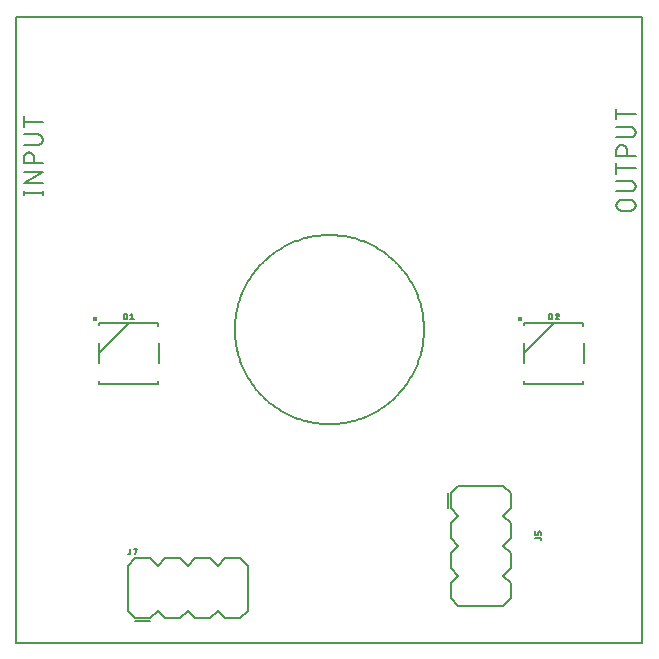
<source format=gbr>
G04 EAGLE Gerber RS-274X export*
G75*
%MOMM*%
%FSLAX34Y34*%
%LPD*%
%INSilkscreen Top*%
%IPPOS*%
%AMOC8*
5,1,8,0,0,1.08239X$1,22.5*%
G01*
%ADD10C,0.152400*%
%ADD11C,0.127000*%
%ADD12C,0.203200*%
%ADD13C,0.406400*%


D10*
X10982Y385568D02*
X27238Y385568D01*
X27238Y383762D02*
X27238Y387374D01*
X10982Y387374D02*
X10982Y383762D01*
X10982Y394079D02*
X27238Y394079D01*
X27238Y403110D02*
X10982Y394079D01*
X10982Y403110D02*
X27238Y403110D01*
X27238Y410963D02*
X10982Y410963D01*
X10982Y415479D01*
X10984Y415612D01*
X10990Y415744D01*
X11000Y415876D01*
X11013Y416008D01*
X11031Y416140D01*
X11052Y416270D01*
X11077Y416401D01*
X11106Y416530D01*
X11139Y416658D01*
X11175Y416786D01*
X11215Y416912D01*
X11259Y417037D01*
X11307Y417161D01*
X11358Y417283D01*
X11413Y417404D01*
X11471Y417523D01*
X11533Y417641D01*
X11598Y417756D01*
X11667Y417870D01*
X11738Y417981D01*
X11814Y418090D01*
X11892Y418197D01*
X11973Y418302D01*
X12058Y418404D01*
X12145Y418504D01*
X12235Y418601D01*
X12328Y418696D01*
X12424Y418787D01*
X12522Y418876D01*
X12623Y418962D01*
X12727Y419045D01*
X12833Y419125D01*
X12941Y419201D01*
X13051Y419275D01*
X13164Y419345D01*
X13278Y419412D01*
X13395Y419475D01*
X13513Y419535D01*
X13633Y419592D01*
X13755Y419645D01*
X13878Y419694D01*
X14002Y419740D01*
X14128Y419782D01*
X14255Y419820D01*
X14383Y419855D01*
X14512Y419886D01*
X14641Y419913D01*
X14772Y419936D01*
X14903Y419956D01*
X15035Y419971D01*
X15167Y419983D01*
X15299Y419991D01*
X15432Y419995D01*
X15564Y419995D01*
X15697Y419991D01*
X15829Y419983D01*
X15961Y419971D01*
X16093Y419956D01*
X16224Y419936D01*
X16355Y419913D01*
X16484Y419886D01*
X16613Y419855D01*
X16741Y419820D01*
X16868Y419782D01*
X16994Y419740D01*
X17118Y419694D01*
X17241Y419645D01*
X17363Y419592D01*
X17483Y419535D01*
X17601Y419475D01*
X17718Y419412D01*
X17832Y419345D01*
X17945Y419275D01*
X18055Y419201D01*
X18163Y419125D01*
X18269Y419045D01*
X18373Y418962D01*
X18474Y418876D01*
X18572Y418787D01*
X18668Y418696D01*
X18761Y418601D01*
X18851Y418504D01*
X18938Y418404D01*
X19023Y418302D01*
X19104Y418197D01*
X19182Y418090D01*
X19258Y417981D01*
X19329Y417870D01*
X19398Y417756D01*
X19463Y417641D01*
X19525Y417523D01*
X19583Y417404D01*
X19638Y417283D01*
X19689Y417161D01*
X19737Y417037D01*
X19781Y416912D01*
X19821Y416786D01*
X19857Y416658D01*
X19890Y416530D01*
X19919Y416401D01*
X19944Y416270D01*
X19965Y416140D01*
X19983Y416008D01*
X19996Y415876D01*
X20006Y415744D01*
X20012Y415612D01*
X20014Y415479D01*
X20013Y415479D02*
X20013Y410963D01*
X22722Y426383D02*
X10982Y426383D01*
X22722Y426383D02*
X22855Y426385D01*
X22987Y426391D01*
X23119Y426401D01*
X23251Y426414D01*
X23383Y426432D01*
X23513Y426453D01*
X23644Y426478D01*
X23773Y426507D01*
X23901Y426540D01*
X24029Y426576D01*
X24155Y426616D01*
X24280Y426660D01*
X24404Y426708D01*
X24526Y426759D01*
X24647Y426814D01*
X24766Y426872D01*
X24884Y426934D01*
X24999Y426999D01*
X25113Y427068D01*
X25224Y427139D01*
X25333Y427215D01*
X25440Y427293D01*
X25545Y427374D01*
X25647Y427459D01*
X25747Y427546D01*
X25844Y427636D01*
X25939Y427729D01*
X26030Y427825D01*
X26119Y427923D01*
X26205Y428024D01*
X26288Y428128D01*
X26368Y428234D01*
X26444Y428342D01*
X26518Y428452D01*
X26588Y428565D01*
X26655Y428679D01*
X26718Y428796D01*
X26778Y428914D01*
X26835Y429034D01*
X26888Y429156D01*
X26937Y429279D01*
X26983Y429403D01*
X27025Y429529D01*
X27063Y429656D01*
X27098Y429784D01*
X27129Y429913D01*
X27156Y430042D01*
X27179Y430173D01*
X27199Y430304D01*
X27214Y430436D01*
X27226Y430568D01*
X27234Y430700D01*
X27238Y430833D01*
X27238Y430965D01*
X27234Y431098D01*
X27226Y431230D01*
X27214Y431362D01*
X27199Y431494D01*
X27179Y431625D01*
X27156Y431756D01*
X27129Y431885D01*
X27098Y432014D01*
X27063Y432142D01*
X27025Y432269D01*
X26983Y432395D01*
X26937Y432519D01*
X26888Y432642D01*
X26835Y432764D01*
X26778Y432884D01*
X26718Y433002D01*
X26655Y433119D01*
X26588Y433233D01*
X26518Y433346D01*
X26444Y433456D01*
X26368Y433564D01*
X26288Y433670D01*
X26205Y433774D01*
X26119Y433875D01*
X26030Y433973D01*
X25939Y434069D01*
X25844Y434162D01*
X25747Y434252D01*
X25647Y434339D01*
X25545Y434424D01*
X25440Y434505D01*
X25333Y434583D01*
X25224Y434659D01*
X25113Y434730D01*
X24999Y434799D01*
X24884Y434864D01*
X24766Y434926D01*
X24647Y434984D01*
X24526Y435039D01*
X24404Y435090D01*
X24280Y435138D01*
X24155Y435182D01*
X24029Y435222D01*
X23901Y435258D01*
X23773Y435291D01*
X23644Y435320D01*
X23513Y435345D01*
X23383Y435366D01*
X23251Y435384D01*
X23119Y435397D01*
X22987Y435407D01*
X22855Y435413D01*
X22722Y435415D01*
X22722Y435414D02*
X10982Y435414D01*
X10982Y446009D02*
X27238Y446009D01*
X10982Y441494D02*
X10982Y450525D01*
X517498Y370762D02*
X524722Y370762D01*
X517498Y370762D02*
X517365Y370764D01*
X517233Y370770D01*
X517101Y370780D01*
X516969Y370793D01*
X516837Y370811D01*
X516707Y370832D01*
X516576Y370857D01*
X516447Y370886D01*
X516319Y370919D01*
X516191Y370955D01*
X516065Y370995D01*
X515940Y371039D01*
X515816Y371087D01*
X515694Y371138D01*
X515573Y371193D01*
X515454Y371251D01*
X515336Y371313D01*
X515221Y371378D01*
X515107Y371447D01*
X514996Y371518D01*
X514887Y371594D01*
X514780Y371672D01*
X514675Y371753D01*
X514573Y371838D01*
X514473Y371925D01*
X514376Y372015D01*
X514281Y372108D01*
X514190Y372204D01*
X514101Y372302D01*
X514015Y372403D01*
X513932Y372507D01*
X513852Y372613D01*
X513776Y372721D01*
X513702Y372831D01*
X513632Y372944D01*
X513565Y373058D01*
X513502Y373175D01*
X513442Y373293D01*
X513385Y373413D01*
X513332Y373535D01*
X513283Y373658D01*
X513237Y373782D01*
X513195Y373908D01*
X513157Y374035D01*
X513122Y374163D01*
X513091Y374292D01*
X513064Y374421D01*
X513041Y374552D01*
X513021Y374683D01*
X513006Y374815D01*
X512994Y374947D01*
X512986Y375079D01*
X512982Y375212D01*
X512982Y375344D01*
X512986Y375477D01*
X512994Y375609D01*
X513006Y375741D01*
X513021Y375873D01*
X513041Y376004D01*
X513064Y376135D01*
X513091Y376264D01*
X513122Y376393D01*
X513157Y376521D01*
X513195Y376648D01*
X513237Y376774D01*
X513283Y376898D01*
X513332Y377021D01*
X513385Y377143D01*
X513442Y377263D01*
X513502Y377381D01*
X513565Y377498D01*
X513632Y377612D01*
X513702Y377725D01*
X513776Y377835D01*
X513852Y377943D01*
X513932Y378049D01*
X514015Y378153D01*
X514101Y378254D01*
X514190Y378352D01*
X514281Y378448D01*
X514376Y378541D01*
X514473Y378631D01*
X514573Y378718D01*
X514675Y378803D01*
X514780Y378884D01*
X514887Y378962D01*
X514996Y379038D01*
X515107Y379109D01*
X515221Y379178D01*
X515336Y379243D01*
X515454Y379305D01*
X515573Y379363D01*
X515694Y379418D01*
X515816Y379469D01*
X515940Y379517D01*
X516065Y379561D01*
X516191Y379601D01*
X516319Y379637D01*
X516447Y379670D01*
X516576Y379699D01*
X516707Y379724D01*
X516837Y379745D01*
X516969Y379763D01*
X517101Y379776D01*
X517233Y379786D01*
X517365Y379792D01*
X517498Y379794D01*
X517498Y379793D02*
X524722Y379793D01*
X524722Y379794D02*
X524855Y379792D01*
X524987Y379786D01*
X525119Y379776D01*
X525251Y379763D01*
X525383Y379745D01*
X525513Y379724D01*
X525644Y379699D01*
X525773Y379670D01*
X525901Y379637D01*
X526029Y379601D01*
X526155Y379561D01*
X526280Y379517D01*
X526404Y379469D01*
X526526Y379418D01*
X526647Y379363D01*
X526766Y379305D01*
X526884Y379243D01*
X526999Y379178D01*
X527113Y379109D01*
X527224Y379038D01*
X527333Y378962D01*
X527440Y378884D01*
X527545Y378803D01*
X527647Y378718D01*
X527747Y378631D01*
X527844Y378541D01*
X527939Y378448D01*
X528030Y378352D01*
X528119Y378254D01*
X528205Y378153D01*
X528288Y378049D01*
X528368Y377943D01*
X528444Y377835D01*
X528518Y377725D01*
X528588Y377612D01*
X528655Y377498D01*
X528718Y377381D01*
X528778Y377263D01*
X528835Y377143D01*
X528888Y377021D01*
X528937Y376898D01*
X528983Y376774D01*
X529025Y376648D01*
X529063Y376521D01*
X529098Y376393D01*
X529129Y376264D01*
X529156Y376135D01*
X529179Y376004D01*
X529199Y375873D01*
X529214Y375741D01*
X529226Y375609D01*
X529234Y375477D01*
X529238Y375344D01*
X529238Y375212D01*
X529234Y375079D01*
X529226Y374947D01*
X529214Y374815D01*
X529199Y374683D01*
X529179Y374552D01*
X529156Y374421D01*
X529129Y374292D01*
X529098Y374163D01*
X529063Y374035D01*
X529025Y373908D01*
X528983Y373782D01*
X528937Y373658D01*
X528888Y373535D01*
X528835Y373413D01*
X528778Y373293D01*
X528718Y373175D01*
X528655Y373058D01*
X528588Y372944D01*
X528518Y372831D01*
X528444Y372721D01*
X528368Y372613D01*
X528288Y372507D01*
X528205Y372403D01*
X528119Y372302D01*
X528030Y372204D01*
X527939Y372108D01*
X527844Y372015D01*
X527747Y371925D01*
X527647Y371838D01*
X527545Y371753D01*
X527440Y371672D01*
X527333Y371594D01*
X527224Y371518D01*
X527113Y371447D01*
X526999Y371378D01*
X526884Y371313D01*
X526766Y371251D01*
X526647Y371193D01*
X526526Y371138D01*
X526404Y371087D01*
X526280Y371039D01*
X526155Y370995D01*
X526029Y370955D01*
X525901Y370919D01*
X525773Y370886D01*
X525644Y370857D01*
X525513Y370832D01*
X525383Y370811D01*
X525251Y370793D01*
X525119Y370780D01*
X524987Y370770D01*
X524855Y370764D01*
X524722Y370762D01*
X524722Y386914D02*
X512982Y386914D01*
X524722Y386914D02*
X524855Y386916D01*
X524987Y386922D01*
X525119Y386932D01*
X525251Y386945D01*
X525383Y386963D01*
X525513Y386984D01*
X525644Y387009D01*
X525773Y387038D01*
X525901Y387071D01*
X526029Y387107D01*
X526155Y387147D01*
X526280Y387191D01*
X526404Y387239D01*
X526526Y387290D01*
X526647Y387345D01*
X526766Y387403D01*
X526884Y387465D01*
X526999Y387530D01*
X527113Y387599D01*
X527224Y387670D01*
X527333Y387746D01*
X527440Y387824D01*
X527545Y387905D01*
X527647Y387990D01*
X527747Y388077D01*
X527844Y388167D01*
X527939Y388260D01*
X528030Y388356D01*
X528119Y388454D01*
X528205Y388555D01*
X528288Y388659D01*
X528368Y388765D01*
X528444Y388873D01*
X528518Y388983D01*
X528588Y389096D01*
X528655Y389210D01*
X528718Y389327D01*
X528778Y389445D01*
X528835Y389565D01*
X528888Y389687D01*
X528937Y389810D01*
X528983Y389934D01*
X529025Y390060D01*
X529063Y390187D01*
X529098Y390315D01*
X529129Y390444D01*
X529156Y390573D01*
X529179Y390704D01*
X529199Y390835D01*
X529214Y390967D01*
X529226Y391099D01*
X529234Y391231D01*
X529238Y391364D01*
X529238Y391496D01*
X529234Y391629D01*
X529226Y391761D01*
X529214Y391893D01*
X529199Y392025D01*
X529179Y392156D01*
X529156Y392287D01*
X529129Y392416D01*
X529098Y392545D01*
X529063Y392673D01*
X529025Y392800D01*
X528983Y392926D01*
X528937Y393050D01*
X528888Y393173D01*
X528835Y393295D01*
X528778Y393415D01*
X528718Y393533D01*
X528655Y393650D01*
X528588Y393764D01*
X528518Y393877D01*
X528444Y393987D01*
X528368Y394095D01*
X528288Y394201D01*
X528205Y394305D01*
X528119Y394406D01*
X528030Y394504D01*
X527939Y394600D01*
X527844Y394693D01*
X527747Y394783D01*
X527647Y394870D01*
X527545Y394955D01*
X527440Y395036D01*
X527333Y395114D01*
X527224Y395190D01*
X527113Y395261D01*
X526999Y395330D01*
X526884Y395395D01*
X526766Y395457D01*
X526647Y395515D01*
X526526Y395570D01*
X526404Y395621D01*
X526280Y395669D01*
X526155Y395713D01*
X526029Y395753D01*
X525901Y395789D01*
X525773Y395822D01*
X525644Y395851D01*
X525513Y395876D01*
X525383Y395897D01*
X525251Y395915D01*
X525119Y395928D01*
X524987Y395938D01*
X524855Y395944D01*
X524722Y395946D01*
X524722Y395945D02*
X512982Y395945D01*
X512982Y406540D02*
X529238Y406540D01*
X512982Y402025D02*
X512982Y411056D01*
X512982Y417346D02*
X529238Y417346D01*
X512982Y417346D02*
X512982Y421861D01*
X512984Y421994D01*
X512990Y422126D01*
X513000Y422258D01*
X513013Y422390D01*
X513031Y422522D01*
X513052Y422652D01*
X513077Y422783D01*
X513106Y422912D01*
X513139Y423040D01*
X513175Y423168D01*
X513215Y423294D01*
X513259Y423419D01*
X513307Y423543D01*
X513358Y423665D01*
X513413Y423786D01*
X513471Y423905D01*
X513533Y424023D01*
X513598Y424138D01*
X513667Y424252D01*
X513738Y424363D01*
X513814Y424472D01*
X513892Y424579D01*
X513973Y424684D01*
X514058Y424786D01*
X514145Y424886D01*
X514235Y424983D01*
X514328Y425078D01*
X514424Y425169D01*
X514522Y425258D01*
X514623Y425344D01*
X514727Y425427D01*
X514833Y425507D01*
X514941Y425583D01*
X515051Y425657D01*
X515164Y425727D01*
X515278Y425794D01*
X515395Y425857D01*
X515513Y425917D01*
X515633Y425974D01*
X515755Y426027D01*
X515878Y426076D01*
X516002Y426122D01*
X516128Y426164D01*
X516255Y426202D01*
X516383Y426237D01*
X516512Y426268D01*
X516641Y426295D01*
X516772Y426318D01*
X516903Y426338D01*
X517035Y426353D01*
X517167Y426365D01*
X517299Y426373D01*
X517432Y426377D01*
X517564Y426377D01*
X517697Y426373D01*
X517829Y426365D01*
X517961Y426353D01*
X518093Y426338D01*
X518224Y426318D01*
X518355Y426295D01*
X518484Y426268D01*
X518613Y426237D01*
X518741Y426202D01*
X518868Y426164D01*
X518994Y426122D01*
X519118Y426076D01*
X519241Y426027D01*
X519363Y425974D01*
X519483Y425917D01*
X519601Y425857D01*
X519718Y425794D01*
X519832Y425727D01*
X519945Y425657D01*
X520055Y425583D01*
X520163Y425507D01*
X520269Y425427D01*
X520373Y425344D01*
X520474Y425258D01*
X520572Y425169D01*
X520668Y425078D01*
X520761Y424983D01*
X520851Y424886D01*
X520938Y424786D01*
X521023Y424684D01*
X521104Y424579D01*
X521182Y424472D01*
X521258Y424363D01*
X521329Y424252D01*
X521398Y424138D01*
X521463Y424023D01*
X521525Y423905D01*
X521583Y423786D01*
X521638Y423665D01*
X521689Y423543D01*
X521737Y423419D01*
X521781Y423294D01*
X521821Y423168D01*
X521857Y423040D01*
X521890Y422912D01*
X521919Y422783D01*
X521944Y422652D01*
X521965Y422522D01*
X521983Y422390D01*
X521996Y422258D01*
X522006Y422126D01*
X522012Y421994D01*
X522014Y421861D01*
X522013Y421861D02*
X522013Y417346D01*
X524722Y432766D02*
X512982Y432766D01*
X524722Y432766D02*
X524855Y432768D01*
X524987Y432774D01*
X525119Y432784D01*
X525251Y432797D01*
X525383Y432815D01*
X525513Y432836D01*
X525644Y432861D01*
X525773Y432890D01*
X525901Y432923D01*
X526029Y432959D01*
X526155Y432999D01*
X526280Y433043D01*
X526404Y433091D01*
X526526Y433142D01*
X526647Y433197D01*
X526766Y433255D01*
X526884Y433317D01*
X526999Y433382D01*
X527113Y433451D01*
X527224Y433522D01*
X527333Y433598D01*
X527440Y433676D01*
X527545Y433757D01*
X527647Y433842D01*
X527747Y433929D01*
X527844Y434019D01*
X527939Y434112D01*
X528030Y434208D01*
X528119Y434306D01*
X528205Y434407D01*
X528288Y434511D01*
X528368Y434617D01*
X528444Y434725D01*
X528518Y434835D01*
X528588Y434948D01*
X528655Y435062D01*
X528718Y435179D01*
X528778Y435297D01*
X528835Y435417D01*
X528888Y435539D01*
X528937Y435662D01*
X528983Y435786D01*
X529025Y435912D01*
X529063Y436039D01*
X529098Y436167D01*
X529129Y436296D01*
X529156Y436425D01*
X529179Y436556D01*
X529199Y436687D01*
X529214Y436819D01*
X529226Y436951D01*
X529234Y437083D01*
X529238Y437216D01*
X529238Y437348D01*
X529234Y437481D01*
X529226Y437613D01*
X529214Y437745D01*
X529199Y437877D01*
X529179Y438008D01*
X529156Y438139D01*
X529129Y438268D01*
X529098Y438397D01*
X529063Y438525D01*
X529025Y438652D01*
X528983Y438778D01*
X528937Y438902D01*
X528888Y439025D01*
X528835Y439147D01*
X528778Y439267D01*
X528718Y439385D01*
X528655Y439502D01*
X528588Y439616D01*
X528518Y439729D01*
X528444Y439839D01*
X528368Y439947D01*
X528288Y440053D01*
X528205Y440157D01*
X528119Y440258D01*
X528030Y440356D01*
X527939Y440452D01*
X527844Y440545D01*
X527747Y440635D01*
X527647Y440722D01*
X527545Y440807D01*
X527440Y440888D01*
X527333Y440966D01*
X527224Y441042D01*
X527113Y441113D01*
X526999Y441182D01*
X526884Y441247D01*
X526766Y441309D01*
X526647Y441367D01*
X526526Y441422D01*
X526404Y441473D01*
X526280Y441521D01*
X526155Y441565D01*
X526029Y441605D01*
X525901Y441641D01*
X525773Y441674D01*
X525644Y441703D01*
X525513Y441728D01*
X525383Y441749D01*
X525251Y441767D01*
X525119Y441780D01*
X524987Y441790D01*
X524855Y441796D01*
X524722Y441798D01*
X524722Y441797D02*
X512982Y441797D01*
X512982Y452392D02*
X529238Y452392D01*
X512982Y447876D02*
X512982Y456907D01*
D11*
X535000Y535000D02*
X5000Y535000D01*
X5000Y5000D01*
X535000Y5000D01*
X535000Y535000D01*
X190000Y270000D02*
X190024Y271963D01*
X190096Y273925D01*
X190217Y275885D01*
X190385Y277841D01*
X190602Y279793D01*
X190866Y281738D01*
X191178Y283677D01*
X191537Y285607D01*
X191944Y287528D01*
X192397Y289438D01*
X192898Y291337D01*
X193445Y293223D01*
X194038Y295095D01*
X194676Y296951D01*
X195361Y298792D01*
X196090Y300615D01*
X196863Y302419D01*
X197681Y304204D01*
X198542Y305969D01*
X199446Y307712D01*
X200393Y309432D01*
X201382Y311128D01*
X202412Y312800D01*
X203482Y314446D01*
X204593Y316065D01*
X205743Y317656D01*
X206932Y319219D01*
X208159Y320751D01*
X209423Y322254D01*
X210724Y323725D01*
X212060Y325163D01*
X213431Y326569D01*
X214837Y327940D01*
X216275Y329276D01*
X217746Y330577D01*
X219249Y331841D01*
X220781Y333068D01*
X222344Y334257D01*
X223935Y335407D01*
X225554Y336518D01*
X227200Y337588D01*
X228872Y338618D01*
X230568Y339607D01*
X232288Y340554D01*
X234031Y341458D01*
X235796Y342319D01*
X237581Y343137D01*
X239385Y343910D01*
X241208Y344639D01*
X243049Y345324D01*
X244905Y345962D01*
X246777Y346555D01*
X248663Y347102D01*
X250562Y347603D01*
X252472Y348056D01*
X254393Y348463D01*
X256323Y348822D01*
X258262Y349134D01*
X260207Y349398D01*
X262159Y349615D01*
X264115Y349783D01*
X266075Y349904D01*
X268037Y349976D01*
X270000Y350000D01*
X271963Y349976D01*
X273925Y349904D01*
X275885Y349783D01*
X277841Y349615D01*
X279793Y349398D01*
X281738Y349134D01*
X283677Y348822D01*
X285607Y348463D01*
X287528Y348056D01*
X289438Y347603D01*
X291337Y347102D01*
X293223Y346555D01*
X295095Y345962D01*
X296951Y345324D01*
X298792Y344639D01*
X300615Y343910D01*
X302419Y343137D01*
X304204Y342319D01*
X305969Y341458D01*
X307712Y340554D01*
X309432Y339607D01*
X311128Y338618D01*
X312800Y337588D01*
X314446Y336518D01*
X316065Y335407D01*
X317656Y334257D01*
X319219Y333068D01*
X320751Y331841D01*
X322254Y330577D01*
X323725Y329276D01*
X325163Y327940D01*
X326569Y326569D01*
X327940Y325163D01*
X329276Y323725D01*
X330577Y322254D01*
X331841Y320751D01*
X333068Y319219D01*
X334257Y317656D01*
X335407Y316065D01*
X336518Y314446D01*
X337588Y312800D01*
X338618Y311128D01*
X339607Y309432D01*
X340554Y307712D01*
X341458Y305969D01*
X342319Y304204D01*
X343137Y302419D01*
X343910Y300615D01*
X344639Y298792D01*
X345324Y296951D01*
X345962Y295095D01*
X346555Y293223D01*
X347102Y291337D01*
X347603Y289438D01*
X348056Y287528D01*
X348463Y285607D01*
X348822Y283677D01*
X349134Y281738D01*
X349398Y279793D01*
X349615Y277841D01*
X349783Y275885D01*
X349904Y273925D01*
X349976Y271963D01*
X350000Y270000D01*
X349976Y268037D01*
X349904Y266075D01*
X349783Y264115D01*
X349615Y262159D01*
X349398Y260207D01*
X349134Y258262D01*
X348822Y256323D01*
X348463Y254393D01*
X348056Y252472D01*
X347603Y250562D01*
X347102Y248663D01*
X346555Y246777D01*
X345962Y244905D01*
X345324Y243049D01*
X344639Y241208D01*
X343910Y239385D01*
X343137Y237581D01*
X342319Y235796D01*
X341458Y234031D01*
X340554Y232288D01*
X339607Y230568D01*
X338618Y228872D01*
X337588Y227200D01*
X336518Y225554D01*
X335407Y223935D01*
X334257Y222344D01*
X333068Y220781D01*
X331841Y219249D01*
X330577Y217746D01*
X329276Y216275D01*
X327940Y214837D01*
X326569Y213431D01*
X325163Y212060D01*
X323725Y210724D01*
X322254Y209423D01*
X320751Y208159D01*
X319219Y206932D01*
X317656Y205743D01*
X316065Y204593D01*
X314446Y203482D01*
X312800Y202412D01*
X311128Y201382D01*
X309432Y200393D01*
X307712Y199446D01*
X305969Y198542D01*
X304204Y197681D01*
X302419Y196863D01*
X300615Y196090D01*
X298792Y195361D01*
X296951Y194676D01*
X295095Y194038D01*
X293223Y193445D01*
X291337Y192898D01*
X289438Y192397D01*
X287528Y191944D01*
X285607Y191537D01*
X283677Y191178D01*
X281738Y190866D01*
X279793Y190602D01*
X277841Y190385D01*
X275885Y190217D01*
X273925Y190096D01*
X271963Y190024D01*
X270000Y190000D01*
X268037Y190024D01*
X266075Y190096D01*
X264115Y190217D01*
X262159Y190385D01*
X260207Y190602D01*
X258262Y190866D01*
X256323Y191178D01*
X254393Y191537D01*
X252472Y191944D01*
X250562Y192397D01*
X248663Y192898D01*
X246777Y193445D01*
X244905Y194038D01*
X243049Y194676D01*
X241208Y195361D01*
X239385Y196090D01*
X237581Y196863D01*
X235796Y197681D01*
X234031Y198542D01*
X232288Y199446D01*
X230568Y200393D01*
X228872Y201382D01*
X227200Y202412D01*
X225554Y203482D01*
X223935Y204593D01*
X222344Y205743D01*
X220781Y206932D01*
X219249Y208159D01*
X217746Y209423D01*
X216275Y210724D01*
X214837Y212060D01*
X213431Y213431D01*
X212060Y214837D01*
X210724Y216275D01*
X209423Y217746D01*
X208159Y219249D01*
X206932Y220781D01*
X205743Y222344D01*
X204593Y223935D01*
X203482Y225554D01*
X202412Y227200D01*
X201382Y228872D01*
X200393Y230568D01*
X199446Y232288D01*
X198542Y234031D01*
X197681Y235796D01*
X196863Y237581D01*
X196090Y239385D01*
X195361Y241208D01*
X194676Y243049D01*
X194038Y244905D01*
X193445Y246777D01*
X192898Y248663D01*
X192397Y250562D01*
X191944Y252472D01*
X191537Y254393D01*
X191178Y256323D01*
X190866Y258262D01*
X190602Y260207D01*
X190385Y262159D01*
X190217Y264115D01*
X190096Y266075D01*
X190024Y268037D01*
X190000Y270000D01*
D12*
X124892Y226378D02*
X124892Y223838D01*
X124384Y223838D01*
X124384Y223889D01*
X74879Y223889D01*
X74879Y226200D01*
X125095Y273190D02*
X125095Y275908D01*
X124587Y275908D01*
X124587Y275933D01*
X74905Y275933D01*
X74905Y273673D01*
X125400Y258890D02*
X125400Y241872D01*
X74600Y241364D02*
X74600Y250000D01*
X74600Y258636D01*
X74600Y250000D02*
X100000Y275400D01*
D13*
X71425Y278575D03*
D11*
X95825Y278575D02*
X95825Y283401D01*
X97165Y283401D01*
X97235Y283399D01*
X97305Y283394D01*
X97375Y283384D01*
X97444Y283372D01*
X97512Y283355D01*
X97579Y283335D01*
X97646Y283312D01*
X97710Y283285D01*
X97774Y283255D01*
X97836Y283221D01*
X97895Y283185D01*
X97953Y283145D01*
X98009Y283102D01*
X98062Y283057D01*
X98113Y283008D01*
X98162Y282957D01*
X98207Y282904D01*
X98250Y282848D01*
X98290Y282790D01*
X98326Y282731D01*
X98360Y282669D01*
X98390Y282605D01*
X98417Y282541D01*
X98440Y282474D01*
X98460Y282407D01*
X98477Y282339D01*
X98489Y282270D01*
X98499Y282200D01*
X98504Y282130D01*
X98506Y282060D01*
X98506Y279916D01*
X98504Y279846D01*
X98499Y279776D01*
X98489Y279706D01*
X98477Y279637D01*
X98460Y279569D01*
X98440Y279502D01*
X98417Y279435D01*
X98390Y279371D01*
X98360Y279307D01*
X98326Y279245D01*
X98290Y279186D01*
X98250Y279128D01*
X98207Y279072D01*
X98162Y279019D01*
X98113Y278968D01*
X98062Y278919D01*
X98009Y278874D01*
X97953Y278831D01*
X97895Y278791D01*
X97835Y278755D01*
X97774Y278721D01*
X97710Y278691D01*
X97646Y278664D01*
X97579Y278641D01*
X97512Y278621D01*
X97444Y278604D01*
X97375Y278592D01*
X97305Y278582D01*
X97235Y278577D01*
X97165Y278575D01*
X95825Y278575D01*
X101494Y282329D02*
X102835Y283401D01*
X102835Y278575D01*
X104175Y278575D02*
X101494Y278575D01*
D12*
X484892Y226378D02*
X484892Y223838D01*
X484384Y223838D01*
X484384Y223889D01*
X434879Y223889D01*
X434879Y226200D01*
X485095Y273190D02*
X485095Y275908D01*
X484587Y275908D01*
X484587Y275933D01*
X434905Y275933D01*
X434905Y273673D01*
X485400Y258890D02*
X485400Y241872D01*
X434600Y241364D02*
X434600Y250000D01*
X434600Y258636D01*
X434600Y250000D02*
X460000Y275400D01*
D13*
X431425Y278575D03*
D11*
X455825Y278575D02*
X455825Y283401D01*
X457165Y283401D01*
X457235Y283399D01*
X457305Y283394D01*
X457375Y283384D01*
X457444Y283372D01*
X457512Y283355D01*
X457579Y283335D01*
X457646Y283312D01*
X457710Y283285D01*
X457774Y283255D01*
X457836Y283221D01*
X457895Y283185D01*
X457953Y283145D01*
X458009Y283102D01*
X458062Y283057D01*
X458113Y283008D01*
X458162Y282957D01*
X458207Y282904D01*
X458250Y282848D01*
X458290Y282790D01*
X458326Y282731D01*
X458360Y282669D01*
X458390Y282605D01*
X458417Y282541D01*
X458440Y282474D01*
X458460Y282407D01*
X458477Y282339D01*
X458489Y282270D01*
X458499Y282200D01*
X458504Y282130D01*
X458506Y282060D01*
X458506Y279916D01*
X458504Y279846D01*
X458499Y279776D01*
X458489Y279706D01*
X458477Y279637D01*
X458460Y279569D01*
X458440Y279502D01*
X458417Y279435D01*
X458390Y279371D01*
X458360Y279307D01*
X458326Y279245D01*
X458290Y279186D01*
X458250Y279128D01*
X458207Y279072D01*
X458162Y279019D01*
X458113Y278968D01*
X458062Y278919D01*
X458009Y278874D01*
X457953Y278831D01*
X457895Y278791D01*
X457835Y278755D01*
X457774Y278721D01*
X457710Y278691D01*
X457646Y278664D01*
X457579Y278641D01*
X457512Y278621D01*
X457444Y278604D01*
X457375Y278592D01*
X457305Y278582D01*
X457235Y278577D01*
X457165Y278575D01*
X455825Y278575D01*
X462969Y283401D02*
X463037Y283399D01*
X463104Y283393D01*
X463171Y283384D01*
X463238Y283371D01*
X463303Y283354D01*
X463368Y283333D01*
X463431Y283309D01*
X463493Y283281D01*
X463553Y283250D01*
X463611Y283216D01*
X463667Y283178D01*
X463722Y283138D01*
X463773Y283094D01*
X463822Y283047D01*
X463869Y282998D01*
X463913Y282947D01*
X463953Y282892D01*
X463991Y282836D01*
X464025Y282778D01*
X464056Y282718D01*
X464084Y282656D01*
X464108Y282593D01*
X464129Y282528D01*
X464146Y282463D01*
X464159Y282396D01*
X464168Y282329D01*
X464174Y282262D01*
X464176Y282194D01*
X462969Y283401D02*
X462891Y283399D01*
X462813Y283393D01*
X462736Y283383D01*
X462659Y283370D01*
X462583Y283352D01*
X462508Y283331D01*
X462434Y283306D01*
X462362Y283277D01*
X462291Y283245D01*
X462222Y283209D01*
X462154Y283170D01*
X462089Y283127D01*
X462026Y283081D01*
X461965Y283032D01*
X461907Y282980D01*
X461852Y282925D01*
X461799Y282868D01*
X461750Y282808D01*
X461703Y282745D01*
X461660Y282681D01*
X461620Y282614D01*
X461583Y282545D01*
X461550Y282474D01*
X461520Y282402D01*
X461494Y282329D01*
X463773Y281256D02*
X463822Y281305D01*
X463869Y281357D01*
X463912Y281412D01*
X463953Y281469D01*
X463991Y281528D01*
X464025Y281589D01*
X464056Y281652D01*
X464084Y281716D01*
X464108Y281782D01*
X464128Y281848D01*
X464145Y281916D01*
X464158Y281985D01*
X464167Y282054D01*
X464173Y282124D01*
X464175Y282194D01*
X463773Y281256D02*
X461494Y278575D01*
X464175Y278575D01*
D12*
X378950Y137800D02*
X372600Y131450D01*
X372600Y118750D02*
X378950Y112400D01*
X372600Y106050D01*
X372600Y93350D02*
X378950Y87000D01*
X372600Y80650D01*
X372600Y67950D02*
X378950Y61600D01*
X372600Y55250D01*
X372600Y42550D02*
X378950Y36200D01*
X378950Y137800D02*
X417050Y137800D01*
X423400Y131450D01*
X423400Y118750D01*
X417050Y112400D01*
X423400Y106050D01*
X423400Y93350D01*
X417050Y87000D01*
X423400Y80650D01*
X423400Y67950D01*
X417050Y61600D01*
X423400Y55250D01*
X423400Y42550D01*
X417050Y36200D01*
X378950Y36200D01*
X372600Y42550D02*
X372600Y55250D01*
X372600Y67950D02*
X372600Y80650D01*
X372600Y93350D02*
X372600Y106050D01*
X372600Y118750D02*
X372600Y131450D01*
X370060Y131450D02*
X370060Y118750D01*
X372600Y131450D02*
X378950Y137800D01*
X417050Y137800D01*
X423400Y131450D01*
D11*
X444275Y93436D02*
X448029Y93436D01*
X448094Y93434D01*
X448158Y93428D01*
X448222Y93418D01*
X448286Y93405D01*
X448348Y93387D01*
X448409Y93366D01*
X448469Y93342D01*
X448527Y93313D01*
X448584Y93281D01*
X448638Y93246D01*
X448690Y93208D01*
X448740Y93166D01*
X448787Y93122D01*
X448831Y93075D01*
X448873Y93025D01*
X448911Y92973D01*
X448946Y92919D01*
X448978Y92862D01*
X449007Y92804D01*
X449031Y92744D01*
X449052Y92683D01*
X449070Y92621D01*
X449083Y92557D01*
X449093Y92493D01*
X449099Y92429D01*
X449101Y92364D01*
X449101Y91827D01*
X449101Y96384D02*
X449101Y97993D01*
X449099Y98058D01*
X449093Y98122D01*
X449083Y98186D01*
X449070Y98250D01*
X449052Y98312D01*
X449031Y98373D01*
X449007Y98433D01*
X448978Y98491D01*
X448946Y98548D01*
X448911Y98602D01*
X448873Y98654D01*
X448831Y98704D01*
X448787Y98751D01*
X448740Y98795D01*
X448690Y98837D01*
X448638Y98875D01*
X448584Y98910D01*
X448527Y98942D01*
X448469Y98971D01*
X448409Y98995D01*
X448348Y99016D01*
X448286Y99034D01*
X448222Y99047D01*
X448158Y99057D01*
X448094Y99063D01*
X448029Y99065D01*
X447492Y99065D01*
X447427Y99063D01*
X447363Y99057D01*
X447299Y99047D01*
X447235Y99034D01*
X447173Y99016D01*
X447112Y98995D01*
X447052Y98971D01*
X446994Y98942D01*
X446937Y98910D01*
X446883Y98875D01*
X446831Y98837D01*
X446781Y98795D01*
X446734Y98751D01*
X446690Y98704D01*
X446648Y98654D01*
X446610Y98602D01*
X446575Y98548D01*
X446543Y98491D01*
X446514Y98433D01*
X446490Y98373D01*
X446469Y98312D01*
X446451Y98250D01*
X446438Y98186D01*
X446428Y98122D01*
X446422Y98058D01*
X446420Y97993D01*
X446420Y96384D01*
X444275Y96384D01*
X444275Y99065D01*
D12*
X105550Y25600D02*
X99200Y31950D01*
X118250Y25600D02*
X124600Y31950D01*
X130950Y25600D01*
X143650Y25600D02*
X150000Y31950D01*
X156350Y25600D01*
X169050Y25600D02*
X175400Y31950D01*
X181750Y25600D01*
X194450Y25600D02*
X200800Y31950D01*
X99200Y31950D02*
X99200Y70050D01*
X105550Y76400D01*
X118250Y76400D01*
X124600Y70050D01*
X130950Y76400D01*
X143650Y76400D01*
X150000Y70050D01*
X156350Y76400D01*
X169050Y76400D01*
X175400Y70050D01*
X181750Y76400D01*
X194450Y76400D01*
X200800Y70050D01*
X200800Y31950D01*
X194450Y25600D02*
X181750Y25600D01*
X169050Y25600D02*
X156350Y25600D01*
X143650Y25600D02*
X130950Y25600D01*
X118250Y25600D02*
X105550Y25600D01*
X105550Y23060D02*
X118250Y23060D01*
X105550Y25600D02*
X99200Y31950D01*
X99200Y70050D01*
X105550Y76400D01*
D11*
X101444Y80647D02*
X101444Y84401D01*
X101443Y80647D02*
X101441Y80582D01*
X101435Y80518D01*
X101425Y80454D01*
X101412Y80390D01*
X101394Y80328D01*
X101373Y80267D01*
X101349Y80207D01*
X101320Y80149D01*
X101288Y80092D01*
X101253Y80038D01*
X101215Y79986D01*
X101173Y79936D01*
X101129Y79889D01*
X101082Y79845D01*
X101032Y79803D01*
X100980Y79765D01*
X100926Y79730D01*
X100869Y79698D01*
X100811Y79669D01*
X100751Y79645D01*
X100690Y79624D01*
X100628Y79606D01*
X100564Y79593D01*
X100500Y79583D01*
X100436Y79577D01*
X100371Y79575D01*
X99835Y79575D01*
X104392Y83865D02*
X104392Y84401D01*
X107073Y84401D01*
X105732Y79575D01*
M02*

</source>
